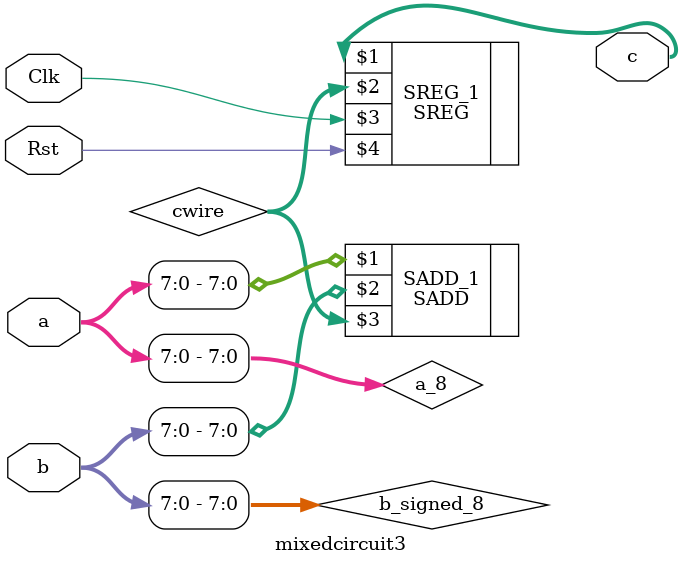
<source format=v>
`timescale 1ns/1ns

module mixedcircuit3(a, b, c, Clk, Rst);

    input Clk, Rst;
    input signed [31:0] a;
    input [15:0] b;
    
    output signed [7:0] c;
    
    wire signed [7:0] cwire;
    wire signed [7:0] a_8;
    wire signed [7:0] b_signed_8;
    
    assign a_8 = a[7:0];
    assign b_signed_8 = $signed(b[7:0]);
    
    SADD #(.DATAWIDTH(8)) SADD_1(a_8, b_signed_8, cwire);
    SREG #(.DATAWIDTH(8)) SREG_1(c, cwire, Clk, Rst);
    
endmodule

</source>
